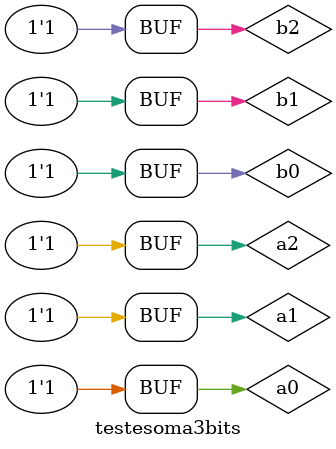
<source format=v>
module meiasoma (s0,s1,a,b);
input a,b;
output s0,s1;
xor XOR1(s0,a,b);
and AND1(s1,a,b);
endmodule  // meiasoma

module somacompleta (s0,s1,a,b,c);
input a,b,c;
output s0,s1;
wire q1,q2,q3;
meiasoma M1(q1,q2,a,b);
meiasoma M2(s0,q3,q1,c);
or OR1 (s1,q2,q3);
endmodule  // somacompleta

module soma3bits (s0,s1,s2,s3,a0,b0,a1,b1,a2,b2);
input a0,a1,a2,b0,b1,b2;
output s0,s1,s2,s3;
wire q1,q2;
meiasoma MS(s0,q1,a0,b0);
somacompleta SC1(s1,q2,q1,a1,b1);
somacompleta SC2(s2,s3,q2,a2,b2);
endmodule   //soma3bits

module testesoma3bits;
reg a0,a1,a2,b0,b1,b2;
wire s0,s1,s2,s3; 
soma3bits SOMA(s0,s1,s2,s3,a0,b0,a1,b1,a2,b2);
initial begin: start
a2=0; a1=0; a0=0; b2=0; b1=0; b0=0;
end
initial begin: main
$display("Jessica Daniela - 407450");
$display("Exercicio 01 - Operador soma 3 bits");
$display("\n | a2 | a1 | a0 | + | b2 | b1 | b0 | = | s3 | s2 | s1 | s0 |\n");
$monitor("   | %b | %b | %b | + | %b | %b | %b | = | %b | %b | %b | %b |",a2,a1,a0,b2,b1,b0,s3,s2,s1,s0);
#1 a2=0; a1=0; a0=0; b2=0; b1=0; b0=1;

#1 a2=0; a1=0; a0=0; b2=0; b1=1; b0=0;
#1 a2=0; a1=0; a0=0; b2=0; b1=1; b0=1;

#1 a2=0; a1=0; a0=0; b2=1; b1=0; b0=0;
#1 a2=0; a1=0; a0=0; b2=1; b1=0; b0=1;

#1 a2=0; a1=0; a0=0; b2=1; b1=1; b0=0;
#1 a2=0; a1=0; a0=0; b2=1; b1=1; b0=1;

#1 a2=0; a1=0; a0=1; b2=0; b1=0; b0=0;
#1 a2=0; a1=0; a0=1; b2=0; b1=0; b0=1;

#1 a2=0; a1=0; a0=1; b2=0; b1=1; b0=0;
#1 a2=0; a1=0; a0=1; b2=0; b1=1; b0=1;

#1 a2=0; a1=0; a0=1; b2=1; b1=0; b0=0;
#1 a2=0; a1=0; a0=1; b2=1; b1=0; b0=1;

#1 a2=0; a1=0; a0=1; b2=1; b1=1; b0=0;
#1 a2=0; a1=0; a0=1; b2=1; b1=1; b0=1;

#1 a2=0; a1=1; a0=0; b2=0; b1=0; b0=0;
#1 a2=0; a1=1; a0=0; b2=0; b1=0; b0=1;

#1 a2=0; a1=1; a0=0; b2=0; b1=1; b0=0;
#1 a2=0; a1=1; a0=0; b2=0; b1=1; b0=1;

#1 a2=0; a1=1; a0=0; b2=1; b1=0; b0=0;
#1 a2=0; a1=1; a0=0; b2=1; b1=0; b0=1;

#1 a2=0; a1=1; a0=0; b2=1; b1=1; b0=0;
#1 a2=0; a1=1; a0=0; b2=1; b1=1; b0=1;

#1 a2=0; a1=1; a0=1; b2=0; b1=0; b0=0;
#1 a2=0; a1=1; a0=1; b2=0; b1=0; b0=1;

#1 a2=0; a1=1; a0=1; b2=0; b1=1; b0=0;
#1 a2=0; a1=1; a0=1; b2=0; b1=1; b0=1;

#1 a2=0; a1=1; a0=1; b2=1; b1=0; b0=0;
#1 a2=0; a1=1; a0=1; b2=1; b1=0; b0=1;

#1 a2=0; a1=1; a0=1; b2=1; b1=1; b0=0;
#1 a2=0; a1=0; a0=1; b2=1; b1=1; b0=1;

#1 a2=1; a1=0; a0=0; b2=0; b1=0; b0=0;
#1 a2=1; a1=0; a0=0; b2=0; b1=0; b0=1;

#1 a2=1; a1=0; a0=0; b2=0; b1=1; b0=0;
#1 a2=1; a1=0; a0=0; b2=0; b1=1; b0=1;

#1 a2=1; a1=0; a0=0; b2=1; b1=0; b0=0;
#1 a2=1; a1=0; a0=0; b2=1; b1=0; b0=1;

#1 a2=1; a1=0; a0=0; b2=1; b1=1; b0=0;
#1 a2=1; a1=0; a0=0; b2=1; b1=1; b0=1;

#1 a2=1; a1=0; a0=1; b2=0; b1=0; b0=0;
#1 a2=1; a1=0; a0=1; b2=0; b1=0; b0=1;

#1 a2=1; a1=0; a0=1; b2=0; b1=1; b0=0;
#1 a2=1; a1=0; a0=1; b2=0; b1=1; b0=1;

#1 a2=1; a1=0; a0=1; b2=1; b1=0; b0=0;
#1 a2=1; a1=0; a0=1; b2=1; b1=0; b0=1;

#1 a2=1; a1=0; a0=1; b2=1; b1=1; b0=0;
#1 a2=1; a1=0; a0=1; b2=1; b1=1; b0=1;

#1 a2=1; a1=1; a0=0; b2=0; b1=0; b0=0;
#1 a2=1; a1=1; a0=0; b2=0; b1=0; b0=1;

#1 a2=1; a1=1; a0=0; b2=0; b1=1; b0=0;
#1 a2=1; a1=1; a0=0; b2=0; b1=1; b0=1;

#1 a2=1; a1=1; a0=0; b2=1; b1=0; b0=0;
#1 a2=1; a1=1; a0=0; b2=1; b1=0; b0=1;

#1 a2=1; a1=1; a0=0; b2=1; b1=1; b0=0;
#1 a2=1; a1=1; a0=0; b2=1; b1=1; b0=1;

#1 a2=1; a1=1; a0=1; b2=0; b1=0; b0=0;
#1 a2=1; a1=1; a0=1; b2=0; b1=0; b0=1;

#1 a2=1; a1=1; a0=1; b2=0; b1=1; b0=0;
#1 a2=1; a1=1; a0=1; b2=0; b1=1; b0=1;

#1 a2=1; a1=1; a0=1; b2=1; b1=0; b0=0;
#1 a2=1; a1=1; a0=1; b2=1; b1=0; b0=1;

#1 a2=1; a1=1; a0=1; b2=1; b1=1; b0=0;
#1 a2=1; a1=1; a0=1; b2=1; b1=1; b0=1;
end
endmodule //testesoma3bits


</source>
